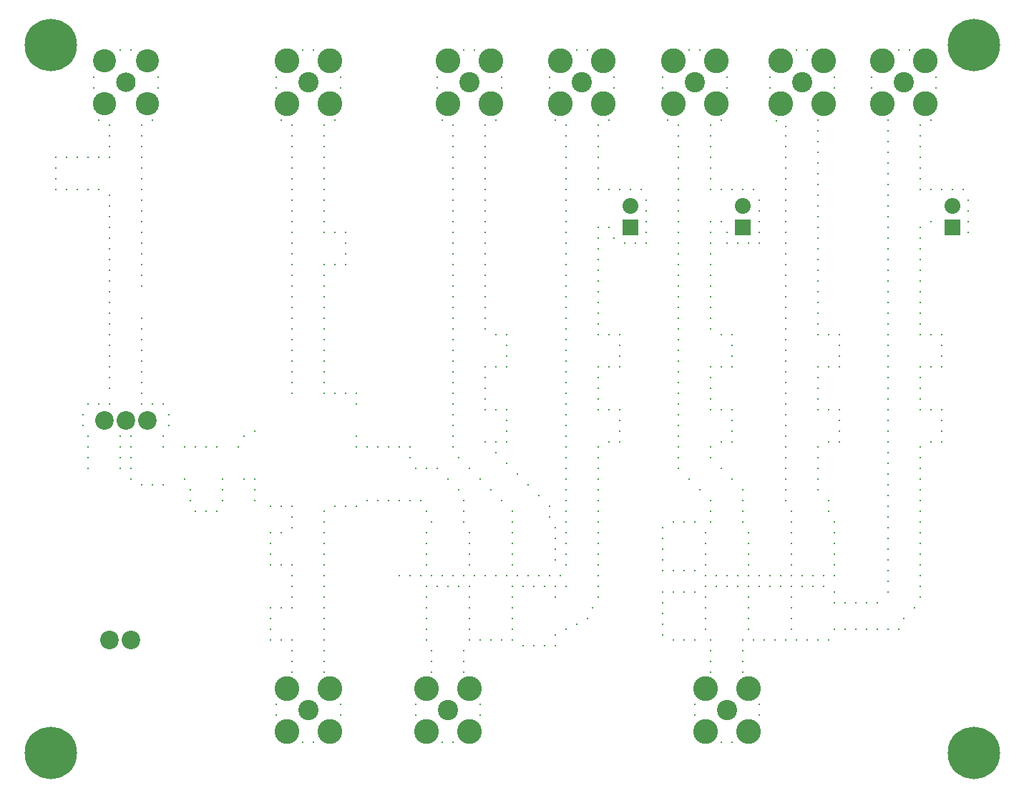
<source format=gbs>
G04 Layer_Color=16711935*
%FSLAX44Y44*%
%MOMM*%
G71*
G01*
G75*
%ADD58C,2.4000*%
%ADD59C,2.9400*%
%ADD60C,2.2000*%
%ADD61C,2.7400*%
%ADD62C,2.3032*%
%ADD63C,2.7432*%
%ADD64R,1.8732X1.8732*%
%ADD65C,1.8732*%
%ADD66C,0.2700*%
%ADD67C,6.2000*%
D58*
X350200Y96200D02*
D03*
X515300D02*
D03*
X845500D02*
D03*
X1055050Y839150D02*
D03*
X934400D02*
D03*
X807400D02*
D03*
X674050D02*
D03*
X540700D02*
D03*
X350200D02*
D03*
D59*
X375600Y70800D02*
D03*
Y121600D02*
D03*
X324800Y70800D02*
D03*
Y121600D02*
D03*
X540700Y70800D02*
D03*
Y121600D02*
D03*
X489900Y70800D02*
D03*
Y121600D02*
D03*
X870900Y70800D02*
D03*
Y121600D02*
D03*
X820100Y70800D02*
D03*
Y121600D02*
D03*
X1080450Y813750D02*
D03*
Y864550D02*
D03*
X1029650Y813750D02*
D03*
Y864550D02*
D03*
X959800Y813750D02*
D03*
Y864550D02*
D03*
X909000Y813750D02*
D03*
Y864550D02*
D03*
X832800Y813750D02*
D03*
Y864550D02*
D03*
X782000Y813750D02*
D03*
Y864550D02*
D03*
X699450Y813750D02*
D03*
Y864550D02*
D03*
X648650Y813750D02*
D03*
Y864550D02*
D03*
X566100Y813750D02*
D03*
Y864550D02*
D03*
X515300Y813750D02*
D03*
Y864550D02*
D03*
X375600Y813750D02*
D03*
Y864550D02*
D03*
X324800Y813750D02*
D03*
Y864550D02*
D03*
D60*
X115250Y178750D02*
D03*
X140650D02*
D03*
X108900Y439100D02*
D03*
X159700D02*
D03*
X134300D02*
D03*
D61*
X108900Y864550D02*
D03*
X159700D02*
D03*
D62*
X134300Y839150D02*
D03*
D63*
X108900Y813750D02*
D03*
X159700D02*
D03*
D64*
X731200Y667700D02*
D03*
X864550D02*
D03*
X1112200D02*
D03*
D65*
X731200Y693100D02*
D03*
X864550D02*
D03*
X1112200D02*
D03*
D66*
X153350Y788350D02*
D03*
Y775650D02*
D03*
Y762950D02*
D03*
Y750250D02*
D03*
Y737550D02*
D03*
Y724850D02*
D03*
Y712150D02*
D03*
Y699450D02*
D03*
Y686750D02*
D03*
Y674050D02*
D03*
Y661350D02*
D03*
Y648650D02*
D03*
Y635950D02*
D03*
Y623250D02*
D03*
Y610550D02*
D03*
Y597850D02*
D03*
Y559750D02*
D03*
Y547050D02*
D03*
Y534350D02*
D03*
Y521650D02*
D03*
Y508950D02*
D03*
Y496250D02*
D03*
Y483550D02*
D03*
Y470850D02*
D03*
Y458150D02*
D03*
X166050D02*
D03*
X178750D02*
D03*
X115250D02*
D03*
X102550D02*
D03*
X89850D02*
D03*
X185100Y445450D02*
D03*
Y432750D02*
D03*
X115250Y788350D02*
D03*
Y775650D02*
D03*
Y762950D02*
D03*
Y750250D02*
D03*
X102550D02*
D03*
X89850D02*
D03*
X77150D02*
D03*
X64450D02*
D03*
X51750D02*
D03*
Y737550D02*
D03*
Y724850D02*
D03*
Y712150D02*
D03*
X64450D02*
D03*
X77150D02*
D03*
X89850D02*
D03*
X102550D02*
D03*
X115250Y705800D02*
D03*
Y693100D02*
D03*
Y680400D02*
D03*
Y667700D02*
D03*
Y655000D02*
D03*
Y642300D02*
D03*
Y629600D02*
D03*
Y616900D02*
D03*
Y604200D02*
D03*
Y591500D02*
D03*
Y578800D02*
D03*
Y566100D02*
D03*
Y553400D02*
D03*
Y540700D02*
D03*
Y528000D02*
D03*
Y515300D02*
D03*
Y502600D02*
D03*
Y489900D02*
D03*
Y477200D02*
D03*
X83500Y445450D02*
D03*
Y432750D02*
D03*
X89850Y407350D02*
D03*
Y420050D02*
D03*
Y394650D02*
D03*
Y381950D02*
D03*
X127950D02*
D03*
Y394650D02*
D03*
Y420050D02*
D03*
X140650D02*
D03*
X127950Y407350D02*
D03*
X140650D02*
D03*
Y394650D02*
D03*
Y381950D02*
D03*
X178750Y407350D02*
D03*
X204150D02*
D03*
X178750Y420050D02*
D03*
X140650Y369250D02*
D03*
X153350Y362900D02*
D03*
X166050D02*
D03*
X178750D02*
D03*
X204150Y369250D02*
D03*
X248600D02*
D03*
X274000D02*
D03*
X286700D02*
D03*
Y356550D02*
D03*
Y343850D02*
D03*
X305750Y337500D02*
D03*
X331150D02*
D03*
X318450D02*
D03*
X331150Y324800D02*
D03*
Y312100D02*
D03*
X318450Y305750D02*
D03*
X305750D02*
D03*
Y293050D02*
D03*
Y280350D02*
D03*
Y267650D02*
D03*
X318450D02*
D03*
X331150D02*
D03*
Y254950D02*
D03*
Y242250D02*
D03*
Y229550D02*
D03*
Y216850D02*
D03*
X318450D02*
D03*
X305750D02*
D03*
Y204150D02*
D03*
Y191450D02*
D03*
Y178750D02*
D03*
X318450D02*
D03*
X331150D02*
D03*
Y166050D02*
D03*
Y153350D02*
D03*
Y140650D02*
D03*
X312100Y89850D02*
D03*
X356550Y58100D02*
D03*
X369250Y140650D02*
D03*
Y153350D02*
D03*
Y166050D02*
D03*
Y178750D02*
D03*
Y191450D02*
D03*
Y204150D02*
D03*
Y216850D02*
D03*
Y229550D02*
D03*
Y242250D02*
D03*
Y254950D02*
D03*
Y267650D02*
D03*
Y280350D02*
D03*
Y293050D02*
D03*
Y305750D02*
D03*
Y318450D02*
D03*
Y331150D02*
D03*
X381950Y337500D02*
D03*
X394650D02*
D03*
X407350D02*
D03*
X420050Y343850D02*
D03*
X432750D02*
D03*
X445450D02*
D03*
X458150D02*
D03*
X470850D02*
D03*
X483550D02*
D03*
X489900Y331150D02*
D03*
X496250Y318450D02*
D03*
X489900Y305750D02*
D03*
Y293050D02*
D03*
Y280350D02*
D03*
Y267650D02*
D03*
X496250Y254950D02*
D03*
X508950D02*
D03*
X521650D02*
D03*
X534350D02*
D03*
X540700Y267650D02*
D03*
Y280350D02*
D03*
Y293050D02*
D03*
Y305750D02*
D03*
X534350Y318450D02*
D03*
Y331150D02*
D03*
Y343850D02*
D03*
X528000Y356550D02*
D03*
X515300Y369250D02*
D03*
X502600Y381950D02*
D03*
X489900D02*
D03*
X477200D02*
D03*
X407350Y407350D02*
D03*
X420050D02*
D03*
X432750D02*
D03*
X445450D02*
D03*
X458150D02*
D03*
X470850D02*
D03*
Y394650D02*
D03*
X407350Y420050D02*
D03*
Y458150D02*
D03*
X381950Y470850D02*
D03*
X407350D02*
D03*
X394650D02*
D03*
X369250D02*
D03*
Y483550D02*
D03*
Y496250D02*
D03*
Y508950D02*
D03*
Y521650D02*
D03*
Y534350D02*
D03*
Y547050D02*
D03*
Y559750D02*
D03*
Y572450D02*
D03*
Y585150D02*
D03*
Y597850D02*
D03*
Y610550D02*
D03*
Y623250D02*
D03*
X331150Y470850D02*
D03*
Y483550D02*
D03*
Y496250D02*
D03*
Y508950D02*
D03*
Y521650D02*
D03*
Y534350D02*
D03*
Y547050D02*
D03*
Y559750D02*
D03*
Y572450D02*
D03*
Y585150D02*
D03*
Y597850D02*
D03*
Y610550D02*
D03*
Y623250D02*
D03*
Y635950D02*
D03*
Y648650D02*
D03*
Y661350D02*
D03*
Y674050D02*
D03*
Y686750D02*
D03*
Y699450D02*
D03*
Y712150D02*
D03*
Y724850D02*
D03*
Y737550D02*
D03*
Y750250D02*
D03*
Y762950D02*
D03*
Y775650D02*
D03*
Y788350D02*
D03*
X312100Y832800D02*
D03*
X388300D02*
D03*
X381950Y623250D02*
D03*
X394650D02*
D03*
Y635950D02*
D03*
Y648650D02*
D03*
Y661350D02*
D03*
X381950D02*
D03*
X369250D02*
D03*
Y674050D02*
D03*
Y686750D02*
D03*
Y699450D02*
D03*
Y712150D02*
D03*
Y724850D02*
D03*
Y737550D02*
D03*
Y750250D02*
D03*
Y762950D02*
D03*
Y775650D02*
D03*
Y788350D02*
D03*
X210500Y356550D02*
D03*
Y343850D02*
D03*
X216850Y331150D02*
D03*
X229550D02*
D03*
X242250D02*
D03*
X248600Y343850D02*
D03*
Y356550D02*
D03*
X216850Y407350D02*
D03*
X229550D02*
D03*
X242250D02*
D03*
X286700Y426400D02*
D03*
X274000Y420050D02*
D03*
X483550Y254950D02*
D03*
X470850D02*
D03*
X458150D02*
D03*
X489900Y242250D02*
D03*
Y229550D02*
D03*
Y216850D02*
D03*
Y204150D02*
D03*
Y191450D02*
D03*
Y178750D02*
D03*
X496250Y166050D02*
D03*
Y153350D02*
D03*
Y140650D02*
D03*
X534350D02*
D03*
Y153350D02*
D03*
Y166050D02*
D03*
X540700Y178750D02*
D03*
Y191450D02*
D03*
Y204150D02*
D03*
Y216850D02*
D03*
Y229550D02*
D03*
Y242250D02*
D03*
X591500Y280350D02*
D03*
Y293050D02*
D03*
Y267650D02*
D03*
Y305750D02*
D03*
Y318450D02*
D03*
Y331150D02*
D03*
X578800Y343850D02*
D03*
X566100Y356550D02*
D03*
X553400Y369250D02*
D03*
X540700Y381950D02*
D03*
X528000Y394650D02*
D03*
X521650Y407350D02*
D03*
X547050Y254950D02*
D03*
X559750D02*
D03*
X572450D02*
D03*
X585150D02*
D03*
X597850D02*
D03*
X610550D02*
D03*
X623250D02*
D03*
X635950D02*
D03*
X648650D02*
D03*
X591500Y242250D02*
D03*
Y229550D02*
D03*
Y216850D02*
D03*
Y204150D02*
D03*
Y191450D02*
D03*
Y178750D02*
D03*
X604200Y172400D02*
D03*
X616900D02*
D03*
X629600D02*
D03*
X642300D02*
D03*
Y185100D02*
D03*
X655000Y191450D02*
D03*
X667700Y197800D02*
D03*
X680400Y204150D02*
D03*
X686750Y216850D02*
D03*
X693100Y229550D02*
D03*
Y242250D02*
D03*
X604200D02*
D03*
X616900D02*
D03*
X629600D02*
D03*
X642300D02*
D03*
X655000D02*
D03*
X693100Y254950D02*
D03*
Y267650D02*
D03*
Y280350D02*
D03*
Y293050D02*
D03*
Y305750D02*
D03*
Y318450D02*
D03*
Y331150D02*
D03*
Y343850D02*
D03*
Y356550D02*
D03*
Y369250D02*
D03*
Y381950D02*
D03*
Y394650D02*
D03*
Y407350D02*
D03*
X705800Y413700D02*
D03*
X718500D02*
D03*
Y426400D02*
D03*
Y439100D02*
D03*
Y451800D02*
D03*
X705800D02*
D03*
X693100D02*
D03*
Y464500D02*
D03*
Y477200D02*
D03*
Y489900D02*
D03*
Y502600D02*
D03*
X705800D02*
D03*
X718500D02*
D03*
Y515300D02*
D03*
Y528000D02*
D03*
Y540700D02*
D03*
X705800D02*
D03*
X693100D02*
D03*
Y553400D02*
D03*
Y566100D02*
D03*
Y578800D02*
D03*
Y591500D02*
D03*
Y604200D02*
D03*
Y616900D02*
D03*
Y629600D02*
D03*
Y642300D02*
D03*
Y655000D02*
D03*
Y667700D02*
D03*
X705800D02*
D03*
X693100Y712150D02*
D03*
X705800D02*
D03*
X718500D02*
D03*
X693100Y724850D02*
D03*
Y737550D02*
D03*
Y750250D02*
D03*
Y762950D02*
D03*
Y775650D02*
D03*
Y788350D02*
D03*
X655000D02*
D03*
Y775650D02*
D03*
Y762950D02*
D03*
Y750250D02*
D03*
Y737550D02*
D03*
Y724850D02*
D03*
Y712150D02*
D03*
Y699450D02*
D03*
Y686750D02*
D03*
Y674050D02*
D03*
Y661350D02*
D03*
Y648650D02*
D03*
Y635950D02*
D03*
Y623250D02*
D03*
Y610550D02*
D03*
Y597850D02*
D03*
Y585150D02*
D03*
Y572450D02*
D03*
Y559750D02*
D03*
Y547050D02*
D03*
Y534350D02*
D03*
Y521650D02*
D03*
Y508950D02*
D03*
Y496250D02*
D03*
Y483550D02*
D03*
Y470850D02*
D03*
Y458150D02*
D03*
Y445450D02*
D03*
Y432750D02*
D03*
Y420050D02*
D03*
Y407350D02*
D03*
Y394650D02*
D03*
Y381950D02*
D03*
Y369250D02*
D03*
Y356550D02*
D03*
Y343850D02*
D03*
Y331150D02*
D03*
Y318450D02*
D03*
Y305750D02*
D03*
Y293050D02*
D03*
Y280350D02*
D03*
Y267650D02*
D03*
X521650Y420050D02*
D03*
Y432750D02*
D03*
Y445450D02*
D03*
Y458150D02*
D03*
Y470850D02*
D03*
Y483550D02*
D03*
Y496250D02*
D03*
Y508950D02*
D03*
Y521650D02*
D03*
Y534350D02*
D03*
Y547050D02*
D03*
Y559750D02*
D03*
Y572450D02*
D03*
Y585150D02*
D03*
Y597850D02*
D03*
Y610550D02*
D03*
Y623250D02*
D03*
Y635950D02*
D03*
Y648650D02*
D03*
Y661350D02*
D03*
Y674050D02*
D03*
Y686750D02*
D03*
Y699450D02*
D03*
Y712150D02*
D03*
Y724850D02*
D03*
Y737550D02*
D03*
Y750250D02*
D03*
Y762950D02*
D03*
Y775650D02*
D03*
Y788350D02*
D03*
X559750D02*
D03*
X502600Y832800D02*
D03*
X578800D02*
D03*
X534350Y877250D02*
D03*
X559750Y775650D02*
D03*
Y762950D02*
D03*
Y750250D02*
D03*
Y737550D02*
D03*
Y724850D02*
D03*
Y712150D02*
D03*
Y699450D02*
D03*
Y686750D02*
D03*
Y674050D02*
D03*
Y661350D02*
D03*
Y648650D02*
D03*
Y635950D02*
D03*
Y623250D02*
D03*
Y610550D02*
D03*
Y597850D02*
D03*
Y585150D02*
D03*
Y572450D02*
D03*
Y559750D02*
D03*
Y547050D02*
D03*
X572450Y540700D02*
D03*
X585150D02*
D03*
Y528000D02*
D03*
Y515300D02*
D03*
Y502600D02*
D03*
X572450D02*
D03*
X559750D02*
D03*
Y489900D02*
D03*
Y477200D02*
D03*
Y464500D02*
D03*
Y451800D02*
D03*
X572450D02*
D03*
X585150D02*
D03*
Y439100D02*
D03*
Y426400D02*
D03*
Y413700D02*
D03*
X572450D02*
D03*
X559750D02*
D03*
X572450Y401000D02*
D03*
X585150Y388300D02*
D03*
X597850Y375600D02*
D03*
X610550Y362900D02*
D03*
X623250Y350200D02*
D03*
X635950Y337500D02*
D03*
Y324800D02*
D03*
X642300Y312100D02*
D03*
Y299400D02*
D03*
Y286700D02*
D03*
Y274000D02*
D03*
X477200Y89850D02*
D03*
X807400D02*
D03*
X839150Y58100D02*
D03*
X883600Y89850D02*
D03*
X864550Y140650D02*
D03*
Y153350D02*
D03*
Y166050D02*
D03*
Y178750D02*
D03*
X826450Y140650D02*
D03*
Y153350D02*
D03*
Y166050D02*
D03*
Y178750D02*
D03*
X820100Y191450D02*
D03*
Y204150D02*
D03*
X502600Y242250D02*
D03*
X515300D02*
D03*
X528000D02*
D03*
X642300Y229550D02*
D03*
X820100Y216850D02*
D03*
Y229550D02*
D03*
Y242250D02*
D03*
Y254950D02*
D03*
Y267650D02*
D03*
Y280350D02*
D03*
Y293050D02*
D03*
Y305750D02*
D03*
X826450Y318450D02*
D03*
Y331150D02*
D03*
Y343850D02*
D03*
X813750Y356550D02*
D03*
X801050Y369250D02*
D03*
X788350Y381950D02*
D03*
Y394650D02*
D03*
X870900Y280350D02*
D03*
Y267650D02*
D03*
Y254950D02*
D03*
Y242250D02*
D03*
Y229550D02*
D03*
Y216850D02*
D03*
Y204150D02*
D03*
Y191450D02*
D03*
Y293050D02*
D03*
Y305750D02*
D03*
X864550Y318450D02*
D03*
Y331150D02*
D03*
Y343850D02*
D03*
Y356550D02*
D03*
X851850Y369250D02*
D03*
X839150Y381950D02*
D03*
X826450Y394650D02*
D03*
Y407350D02*
D03*
X788350D02*
D03*
X839150Y413700D02*
D03*
X851850D02*
D03*
X788350Y420050D02*
D03*
Y432750D02*
D03*
Y445450D02*
D03*
Y458150D02*
D03*
Y470850D02*
D03*
Y483550D02*
D03*
Y496250D02*
D03*
Y508950D02*
D03*
Y521650D02*
D03*
Y534350D02*
D03*
Y547050D02*
D03*
Y559750D02*
D03*
Y572450D02*
D03*
Y585150D02*
D03*
Y597850D02*
D03*
Y610550D02*
D03*
Y623250D02*
D03*
Y635950D02*
D03*
Y648650D02*
D03*
Y661350D02*
D03*
Y674050D02*
D03*
Y686750D02*
D03*
Y699450D02*
D03*
Y712150D02*
D03*
Y724850D02*
D03*
Y737550D02*
D03*
Y750250D02*
D03*
Y762950D02*
D03*
Y775650D02*
D03*
Y788350D02*
D03*
X826450D02*
D03*
Y775650D02*
D03*
Y762950D02*
D03*
Y750250D02*
D03*
Y737550D02*
D03*
Y724850D02*
D03*
Y712150D02*
D03*
X839150D02*
D03*
X851850D02*
D03*
X864550D02*
D03*
X877250D02*
D03*
X883600Y699450D02*
D03*
Y686750D02*
D03*
Y674050D02*
D03*
Y661350D02*
D03*
Y648650D02*
D03*
X870900D02*
D03*
X858200D02*
D03*
X845500D02*
D03*
Y661350D02*
D03*
X826450Y674050D02*
D03*
X839150D02*
D03*
X826450Y661350D02*
D03*
Y648650D02*
D03*
Y635950D02*
D03*
Y623250D02*
D03*
Y610550D02*
D03*
Y597850D02*
D03*
Y585150D02*
D03*
Y572450D02*
D03*
Y559750D02*
D03*
Y547050D02*
D03*
X839150Y540700D02*
D03*
X851850D02*
D03*
Y528000D02*
D03*
Y515300D02*
D03*
Y502600D02*
D03*
X839150D02*
D03*
X826450D02*
D03*
Y489900D02*
D03*
Y477200D02*
D03*
Y464500D02*
D03*
Y451800D02*
D03*
X839150D02*
D03*
X851850D02*
D03*
Y439100D02*
D03*
Y426400D02*
D03*
X877250Y178750D02*
D03*
X889950D02*
D03*
X902650D02*
D03*
X921700Y191450D02*
D03*
Y204150D02*
D03*
Y216850D02*
D03*
Y229550D02*
D03*
Y242250D02*
D03*
Y254950D02*
D03*
Y267650D02*
D03*
Y280350D02*
D03*
Y293050D02*
D03*
Y305750D02*
D03*
Y318450D02*
D03*
Y331150D02*
D03*
X915350Y343850D02*
D03*
Y356550D02*
D03*
Y369250D02*
D03*
Y381950D02*
D03*
Y394650D02*
D03*
Y407350D02*
D03*
Y178750D02*
D03*
X928050D02*
D03*
X940750D02*
D03*
X953450D02*
D03*
X966150D02*
D03*
X972500Y191450D02*
D03*
X985200D02*
D03*
X997900D02*
D03*
X1010600D02*
D03*
X1023300D02*
D03*
X1036000D02*
D03*
X1048700D02*
D03*
X1055050Y204150D02*
D03*
X1067750Y216850D02*
D03*
X1074100Y229550D02*
D03*
Y242250D02*
D03*
X934400D02*
D03*
X947100D02*
D03*
X959800D02*
D03*
X972500Y223200D02*
D03*
Y235900D02*
D03*
X985200Y223200D02*
D03*
X997900D02*
D03*
X1010600D02*
D03*
X1023300D02*
D03*
X1036000Y235900D02*
D03*
Y248600D02*
D03*
Y261300D02*
D03*
Y274000D02*
D03*
X934400Y254950D02*
D03*
X947100D02*
D03*
X959800D02*
D03*
X972500D02*
D03*
Y267650D02*
D03*
Y280350D02*
D03*
Y293050D02*
D03*
Y305750D02*
D03*
Y318450D02*
D03*
X966150Y331150D02*
D03*
Y343850D02*
D03*
X953450Y356550D02*
D03*
Y369250D02*
D03*
Y381950D02*
D03*
Y394650D02*
D03*
Y407350D02*
D03*
X1036000Y286700D02*
D03*
Y299400D02*
D03*
X909000Y254950D02*
D03*
X896300D02*
D03*
X883600D02*
D03*
X858200D02*
D03*
X845500D02*
D03*
X832800D02*
D03*
Y242250D02*
D03*
X845500D02*
D03*
X858200D02*
D03*
X883600D02*
D03*
X896300D02*
D03*
X909000D02*
D03*
X1074100Y254950D02*
D03*
Y267650D02*
D03*
Y280350D02*
D03*
Y293050D02*
D03*
Y305750D02*
D03*
Y318450D02*
D03*
Y331150D02*
D03*
Y343850D02*
D03*
X1036000Y312100D02*
D03*
Y324800D02*
D03*
Y337500D02*
D03*
Y350200D02*
D03*
Y362900D02*
D03*
Y375600D02*
D03*
Y388300D02*
D03*
Y401000D02*
D03*
Y413700D02*
D03*
Y426400D02*
D03*
Y439100D02*
D03*
Y451800D02*
D03*
Y464500D02*
D03*
Y477200D02*
D03*
Y489900D02*
D03*
Y502600D02*
D03*
Y515300D02*
D03*
X1074100Y356550D02*
D03*
Y369250D02*
D03*
Y381950D02*
D03*
Y394650D02*
D03*
Y407350D02*
D03*
X1086800Y413700D02*
D03*
X1099500D02*
D03*
Y426400D02*
D03*
Y439100D02*
D03*
Y451800D02*
D03*
X1086800D02*
D03*
X1074100D02*
D03*
Y464500D02*
D03*
Y477200D02*
D03*
Y489900D02*
D03*
Y502600D02*
D03*
X1086800D02*
D03*
X1099500D02*
D03*
Y515300D02*
D03*
X966150Y413700D02*
D03*
X978850D02*
D03*
Y426400D02*
D03*
Y439100D02*
D03*
Y451800D02*
D03*
X966150D02*
D03*
X953450D02*
D03*
Y464500D02*
D03*
Y477200D02*
D03*
Y489900D02*
D03*
Y502600D02*
D03*
X966150D02*
D03*
X978850D02*
D03*
Y515300D02*
D03*
Y528000D02*
D03*
Y540700D02*
D03*
X966150D02*
D03*
X953450D02*
D03*
Y553400D02*
D03*
Y566100D02*
D03*
Y578800D02*
D03*
Y591500D02*
D03*
Y604200D02*
D03*
Y616900D02*
D03*
Y629600D02*
D03*
Y642300D02*
D03*
Y655000D02*
D03*
Y667700D02*
D03*
Y680400D02*
D03*
Y693100D02*
D03*
Y705800D02*
D03*
Y718500D02*
D03*
Y731200D02*
D03*
Y743900D02*
D03*
Y756600D02*
D03*
Y769300D02*
D03*
Y782000D02*
D03*
Y794700D02*
D03*
X915350Y420050D02*
D03*
Y432750D02*
D03*
Y445450D02*
D03*
Y458150D02*
D03*
Y470850D02*
D03*
Y483550D02*
D03*
Y496250D02*
D03*
Y508950D02*
D03*
Y521650D02*
D03*
Y534350D02*
D03*
Y547050D02*
D03*
Y559750D02*
D03*
Y572450D02*
D03*
Y585150D02*
D03*
Y597850D02*
D03*
Y610550D02*
D03*
Y623250D02*
D03*
Y635950D02*
D03*
Y648650D02*
D03*
Y661350D02*
D03*
Y674050D02*
D03*
Y686750D02*
D03*
Y699450D02*
D03*
Y712150D02*
D03*
Y724850D02*
D03*
Y737550D02*
D03*
Y750250D02*
D03*
Y762950D02*
D03*
Y775650D02*
D03*
X972500Y832800D02*
D03*
X940750Y877250D02*
D03*
X896300Y832800D02*
D03*
X845500D02*
D03*
Y845500D02*
D03*
X813750Y877250D02*
D03*
X801050D02*
D03*
X769300Y832800D02*
D03*
X1036000Y528000D02*
D03*
Y540700D02*
D03*
Y553400D02*
D03*
Y566100D02*
D03*
Y578800D02*
D03*
Y591500D02*
D03*
Y604200D02*
D03*
Y616900D02*
D03*
Y629600D02*
D03*
Y642300D02*
D03*
Y655000D02*
D03*
Y667700D02*
D03*
Y680400D02*
D03*
Y693100D02*
D03*
Y705800D02*
D03*
Y718500D02*
D03*
Y731200D02*
D03*
Y743900D02*
D03*
Y756600D02*
D03*
Y769300D02*
D03*
Y782000D02*
D03*
Y794700D02*
D03*
X1099500Y528000D02*
D03*
Y540700D02*
D03*
X1086800D02*
D03*
X1074100D02*
D03*
Y553400D02*
D03*
Y566100D02*
D03*
Y578800D02*
D03*
Y591500D02*
D03*
Y604200D02*
D03*
Y616900D02*
D03*
Y629600D02*
D03*
Y642300D02*
D03*
Y655000D02*
D03*
Y667700D02*
D03*
X1086800Y674050D02*
D03*
X1131250Y699450D02*
D03*
X1112200Y712150D02*
D03*
X1074100D02*
D03*
X1086800D02*
D03*
X1099500D02*
D03*
X1131250Y661350D02*
D03*
Y674050D02*
D03*
Y686750D02*
D03*
X1124900Y712150D02*
D03*
X1074100Y724850D02*
D03*
Y737550D02*
D03*
Y750250D02*
D03*
Y762950D02*
D03*
Y775650D02*
D03*
Y788350D02*
D03*
X1093150Y832800D02*
D03*
X1061400Y877250D02*
D03*
X1048700D02*
D03*
X1016950Y832800D02*
D03*
X1086800Y794700D02*
D03*
X807400Y261300D02*
D03*
X794700D02*
D03*
X782000D02*
D03*
X769300D02*
D03*
Y274000D02*
D03*
Y286700D02*
D03*
Y299400D02*
D03*
Y312100D02*
D03*
X782000Y318450D02*
D03*
X794700D02*
D03*
X807400D02*
D03*
Y235900D02*
D03*
X794700D02*
D03*
X782000D02*
D03*
X769300D02*
D03*
Y223200D02*
D03*
Y210500D02*
D03*
Y197800D02*
D03*
Y185100D02*
D03*
X782000Y178750D02*
D03*
X794700D02*
D03*
X807400D02*
D03*
X553400D02*
D03*
X566100D02*
D03*
X578800D02*
D03*
X166050Y794700D02*
D03*
X102550D02*
D03*
X96200Y832800D02*
D03*
X172400D02*
D03*
X127950Y877250D02*
D03*
X318450Y794700D02*
D03*
X381950D02*
D03*
X356550Y877250D02*
D03*
X343850D02*
D03*
X642300Y794700D02*
D03*
X705800D02*
D03*
X712150Y832800D02*
D03*
X680400Y877250D02*
D03*
X635950Y832800D02*
D03*
X547050Y877250D02*
D03*
X667700D02*
D03*
X928050D02*
D03*
X896300Y845500D02*
D03*
X972500D02*
D03*
X1016950D02*
D03*
X1093150D02*
D03*
X343850Y58100D02*
D03*
X388300Y102550D02*
D03*
Y89850D02*
D03*
X312100Y102550D02*
D03*
X477200D02*
D03*
X553400D02*
D03*
Y89850D02*
D03*
X508950Y58100D02*
D03*
X521650D02*
D03*
X807400Y102550D02*
D03*
X883600D02*
D03*
X851850Y58100D02*
D03*
X731200Y712150D02*
D03*
X743900D02*
D03*
X750250Y699450D02*
D03*
Y686750D02*
D03*
Y674050D02*
D03*
Y661350D02*
D03*
Y648650D02*
D03*
X737550D02*
D03*
X724850D02*
D03*
X712150Y655000D02*
D03*
X775650Y794700D02*
D03*
X839150D02*
D03*
X769300Y845500D02*
D03*
X712150D02*
D03*
X635950D02*
D03*
X578800D02*
D03*
X502600D02*
D03*
X508950Y794700D02*
D03*
X572450D02*
D03*
X312100Y845500D02*
D03*
X388300D02*
D03*
X172400D02*
D03*
X140650Y877250D02*
D03*
X96200Y845500D02*
D03*
X267650Y407350D02*
D03*
X915014Y787039D02*
D03*
X904004Y793767D02*
D03*
D67*
X45400Y45400D02*
D03*
X1137600D02*
D03*
Y883600D02*
D03*
X45400D02*
D03*
M02*

</source>
